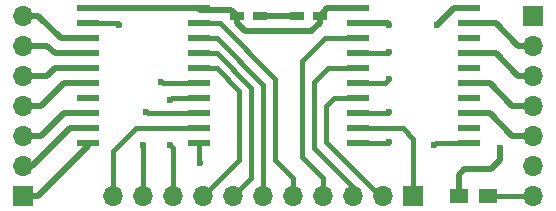
<source format=gbr>
G04 #@! TF.FileFunction,Copper,L2,Bot,Signal*
%FSLAX46Y46*%
G04 Gerber Fmt 4.6, Leading zero omitted, Abs format (unit mm)*
G04 Created by KiCad (PCBNEW 4.0.4-stable) date 12/09/17 21:43:02*
%MOMM*%
%LPD*%
G01*
G04 APERTURE LIST*
%ADD10C,0.100000*%
%ADD11R,1.500000X1.250000*%
%ADD12R,1.950000X0.600000*%
%ADD13R,1.700000X1.700000*%
%ADD14O,1.700000X1.700000*%
%ADD15R,1.200000X0.750000*%
%ADD16C,0.600000*%
%ADD17C,0.400000*%
%ADD18C,0.500000*%
G04 APERTURE END LIST*
D10*
D11*
X153690000Y-86360000D03*
X156190000Y-86360000D03*
D12*
X131700000Y-70485000D03*
X131700000Y-71755000D03*
X131700000Y-73025000D03*
X131700000Y-74295000D03*
X131700000Y-75565000D03*
X131700000Y-76835000D03*
X131700000Y-78105000D03*
X131700000Y-79375000D03*
X131700000Y-80645000D03*
X131700000Y-81915000D03*
X122300000Y-81915000D03*
X122300000Y-80645000D03*
X122300000Y-79375000D03*
X122300000Y-78105000D03*
X122300000Y-76835000D03*
X122300000Y-75565000D03*
X122300000Y-74295000D03*
X122300000Y-73025000D03*
X122300000Y-71755000D03*
X122300000Y-70485000D03*
X154560000Y-70485000D03*
X154560000Y-71755000D03*
X154560000Y-73025000D03*
X154560000Y-74295000D03*
X154560000Y-75565000D03*
X154560000Y-76835000D03*
X154560000Y-78105000D03*
X154560000Y-79375000D03*
X154560000Y-80645000D03*
X154560000Y-81915000D03*
X145160000Y-81915000D03*
X145160000Y-80645000D03*
X145160000Y-79375000D03*
X145160000Y-78105000D03*
X145160000Y-76835000D03*
X145160000Y-75565000D03*
X145160000Y-74295000D03*
X145160000Y-73025000D03*
X145160000Y-71755000D03*
X145160000Y-70485000D03*
D13*
X116840000Y-86360000D03*
D14*
X116840000Y-83820000D03*
X116840000Y-81280000D03*
X116840000Y-78740000D03*
X116840000Y-76200000D03*
X116840000Y-73660000D03*
X116840000Y-71120000D03*
D13*
X160020000Y-71120000D03*
D14*
X160020000Y-73660000D03*
X160020000Y-76200000D03*
X160020000Y-78740000D03*
X160020000Y-81280000D03*
X160020000Y-83820000D03*
X160020000Y-86360000D03*
D13*
X149860000Y-86360000D03*
D14*
X147320000Y-86360000D03*
X144780000Y-86360000D03*
X142240000Y-86360000D03*
X139700000Y-86360000D03*
X137160000Y-86360000D03*
X134620000Y-86360000D03*
X132080000Y-86360000D03*
X129540000Y-86360000D03*
X127000000Y-86360000D03*
X124460000Y-86360000D03*
D15*
X134940000Y-71120000D03*
X136840000Y-71120000D03*
X141920000Y-71120000D03*
X140020000Y-71120000D03*
D16*
X147828000Y-81788000D03*
X147828000Y-79248000D03*
X147828000Y-76454000D03*
X151638000Y-82042000D03*
X147828000Y-74168000D03*
X124968000Y-71882000D03*
X128524000Y-76708000D03*
X131826000Y-83566000D03*
X147828000Y-71882000D03*
X151892000Y-71882000D03*
X138430000Y-71120000D03*
X141224000Y-72390000D03*
X157226000Y-82296000D03*
X127000000Y-82042000D03*
X127254000Y-79248000D03*
X129286000Y-82042000D03*
X129286000Y-78232000D03*
D17*
X145160000Y-81915000D02*
X147701000Y-81915000D01*
X147701000Y-81915000D02*
X147828000Y-81788000D01*
X145160000Y-79375000D02*
X147701000Y-79375000D01*
X147701000Y-79375000D02*
X147828000Y-79248000D01*
X145160000Y-76835000D02*
X147447000Y-76835000D01*
X147447000Y-76835000D02*
X147828000Y-76454000D01*
X156190000Y-86360000D02*
X160020000Y-86360000D01*
X154560000Y-81915000D02*
X151765000Y-81915000D01*
X151765000Y-81915000D02*
X151638000Y-82042000D01*
X145160000Y-74295000D02*
X147701000Y-74295000D01*
X147701000Y-74295000D02*
X147828000Y-74168000D01*
X122300000Y-71755000D02*
X124841000Y-71755000D01*
X124841000Y-71755000D02*
X124968000Y-71882000D01*
X131700000Y-76835000D02*
X128651000Y-76835000D01*
X128651000Y-76835000D02*
X128524000Y-76708000D01*
X131700000Y-81915000D02*
X131700000Y-83440000D01*
X131700000Y-83440000D02*
X131826000Y-83566000D01*
D18*
X145160000Y-71755000D02*
X147701000Y-71755000D01*
X147701000Y-71755000D02*
X147828000Y-71882000D01*
X154560000Y-70485000D02*
X153289000Y-70485000D01*
X153289000Y-70485000D02*
X151892000Y-71882000D01*
X140020000Y-71120000D02*
X138430000Y-71120000D01*
X138430000Y-71120000D02*
X136840000Y-71120000D01*
X153690000Y-84562000D02*
X153690000Y-86360000D01*
X154178000Y-84074000D02*
X153690000Y-84562000D01*
X156464000Y-84074000D02*
X154178000Y-84074000D01*
X157226000Y-83312000D02*
X156464000Y-84074000D01*
X157226000Y-82296000D02*
X157226000Y-83312000D01*
X134940000Y-71120000D02*
X134940000Y-71694000D01*
X141920000Y-71694000D02*
X141920000Y-71120000D01*
X141224000Y-72390000D02*
X141920000Y-71694000D01*
X135636000Y-72390000D02*
X141224000Y-72390000D01*
X134940000Y-71694000D02*
X135636000Y-72390000D01*
X145160000Y-70485000D02*
X142555000Y-70485000D01*
X142555000Y-70485000D02*
X141920000Y-71120000D01*
X122300000Y-70485000D02*
X131700000Y-70485000D01*
X131700000Y-70485000D02*
X131827000Y-70612000D01*
X131827000Y-70612000D02*
X134432000Y-70612000D01*
X134432000Y-70612000D02*
X134940000Y-71120000D01*
D17*
X131700000Y-74295000D02*
X133220204Y-74295000D01*
X136144000Y-84836000D02*
X134620000Y-86360000D01*
X136144000Y-77218796D02*
X136144000Y-84836000D01*
X133220204Y-74295000D02*
X136144000Y-77218796D01*
X131700000Y-73025000D02*
X133223000Y-73025000D01*
X137160000Y-76962000D02*
X137160000Y-86360000D01*
X133223000Y-73025000D02*
X137160000Y-76962000D01*
X139700000Y-86360000D02*
X139700000Y-84836000D01*
X138176000Y-83312000D02*
X138176000Y-76454000D01*
X139700000Y-84836000D02*
X138176000Y-83312000D01*
X131700000Y-71755000D02*
X133477000Y-71755000D01*
X133477000Y-71755000D02*
X138176000Y-76454000D01*
X142240000Y-86360000D02*
X142240000Y-84836000D01*
X142367000Y-73025000D02*
X145160000Y-73025000D01*
X140462000Y-74930000D02*
X142367000Y-73025000D01*
X140462000Y-83058000D02*
X140462000Y-74930000D01*
X142240000Y-84836000D02*
X140462000Y-83058000D01*
X144780000Y-86360000D02*
X144780000Y-85598000D01*
X144780000Y-85598000D02*
X141478000Y-82296000D01*
X141478000Y-82296000D02*
X141478000Y-76708000D01*
X141478000Y-76708000D02*
X142621000Y-75565000D01*
X142621000Y-75565000D02*
X145160000Y-75565000D01*
X145160000Y-78105000D02*
X143129000Y-78105000D01*
X142494000Y-81788000D02*
X147066000Y-86360000D01*
X142494000Y-78740000D02*
X142494000Y-81788000D01*
X143129000Y-78105000D02*
X142494000Y-78740000D01*
X147066000Y-86360000D02*
X147320000Y-86360000D01*
X149860000Y-86360000D02*
X149860000Y-81534000D01*
X148971000Y-80645000D02*
X145160000Y-80645000D01*
X149860000Y-81534000D02*
X148971000Y-80645000D01*
D18*
X116840000Y-83820000D02*
X117602000Y-83820000D01*
X117602000Y-83820000D02*
X120777000Y-80645000D01*
X120777000Y-80645000D02*
X122300000Y-80645000D01*
X116840000Y-81280000D02*
X118364000Y-81280000D01*
X120269000Y-79375000D02*
X122300000Y-79375000D01*
X118364000Y-81280000D02*
X120269000Y-79375000D01*
X116840000Y-78740000D02*
X118364000Y-78740000D01*
X120269000Y-76835000D02*
X122300000Y-76835000D01*
X118364000Y-78740000D02*
X120269000Y-76835000D01*
X116840000Y-76200000D02*
X118872000Y-76200000D01*
X119507000Y-75565000D02*
X122300000Y-75565000D01*
X118872000Y-76200000D02*
X119507000Y-75565000D01*
X122300000Y-74295000D02*
X119507000Y-74295000D01*
X118872000Y-73660000D02*
X116840000Y-73660000D01*
X119507000Y-74295000D02*
X118872000Y-73660000D01*
X122300000Y-73025000D02*
X120015000Y-73025000D01*
X118110000Y-71120000D02*
X116840000Y-71120000D01*
X120015000Y-73025000D02*
X118110000Y-71120000D01*
D17*
X124460000Y-86360000D02*
X124460000Y-82550000D01*
X126365000Y-80645000D02*
X131700000Y-80645000D01*
X124460000Y-82550000D02*
X126365000Y-80645000D01*
X131700000Y-79375000D02*
X127381000Y-79375000D01*
X127000000Y-82042000D02*
X127000000Y-86360000D01*
X127381000Y-79375000D02*
X127254000Y-79248000D01*
X131700000Y-78105000D02*
X129413000Y-78105000D01*
X129540000Y-82296000D02*
X129540000Y-86360000D01*
X129286000Y-82042000D02*
X129540000Y-82296000D01*
X129413000Y-78105000D02*
X129286000Y-78232000D01*
X131700000Y-75565000D02*
X133217408Y-75565000D01*
X135128000Y-83312000D02*
X132080000Y-86360000D01*
X135128000Y-77475592D02*
X135128000Y-83312000D01*
X133217408Y-75565000D02*
X135128000Y-77475592D01*
D18*
X154560000Y-76835000D02*
X156337000Y-76835000D01*
X158242000Y-78740000D02*
X160020000Y-78740000D01*
X156337000Y-76835000D02*
X158242000Y-78740000D01*
X116840000Y-86360000D02*
X118110000Y-86360000D01*
X118110000Y-86360000D02*
X122300000Y-82170000D01*
X122300000Y-82170000D02*
X122300000Y-81915000D01*
X154560000Y-71755000D02*
X156845000Y-71755000D01*
X158750000Y-73660000D02*
X160020000Y-73660000D01*
X156845000Y-71755000D02*
X158750000Y-73660000D01*
X154560000Y-74295000D02*
X156845000Y-74295000D01*
X158750000Y-76200000D02*
X160020000Y-76200000D01*
X156845000Y-74295000D02*
X158750000Y-76200000D01*
X154560000Y-79375000D02*
X156337000Y-79375000D01*
X158242000Y-81280000D02*
X160020000Y-81280000D01*
X156337000Y-79375000D02*
X158242000Y-81280000D01*
M02*

</source>
